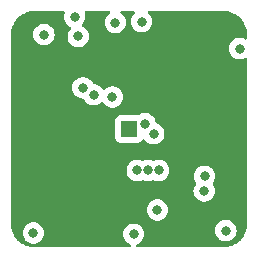
<source format=gbr>
%TF.GenerationSoftware,KiCad,Pcbnew,7.0.6*%
%TF.CreationDate,2023-08-27T19:49:05-04:00*%
%TF.ProjectId,miniclick,6d696e69-636c-4696-936b-2e6b69636164,rev?*%
%TF.SameCoordinates,Original*%
%TF.FileFunction,Copper,L3,Inr*%
%TF.FilePolarity,Positive*%
%FSLAX46Y46*%
G04 Gerber Fmt 4.6, Leading zero omitted, Abs format (unit mm)*
G04 Created by KiCad (PCBNEW 7.0.6) date 2023-08-27 19:49:05*
%MOMM*%
%LPD*%
G01*
G04 APERTURE LIST*
%TA.AperFunction,ComponentPad*%
%ADD10R,1.350000X1.350000*%
%TD*%
%TA.AperFunction,ViaPad*%
%ADD11C,0.800000*%
%TD*%
G04 APERTURE END LIST*
D10*
%TO.N,unconnected-(J4-Pin_1-Pad1)*%
%TO.C,J4*%
X148000000Y-97000000D03*
%TD*%
D11*
%TO.N,+3.3V*%
X150500000Y-100500000D03*
X149355378Y-96544622D03*
X157367812Y-90195892D03*
X148700000Y-100500000D03*
X149600000Y-100500000D03*
X139900000Y-105800000D03*
X150100000Y-97400000D03*
X140800000Y-89000000D03*
X156200000Y-105600000D03*
%TO.N,GND*%
X141200000Y-101800000D03*
X150700000Y-99000000D03*
X153100000Y-88800000D03*
X154500000Y-105800000D03*
X141600000Y-95700000D03*
X157100000Y-97200000D03*
X152900000Y-96000000D03*
X143400000Y-91200000D03*
X146600000Y-103000000D03*
X148900000Y-103000000D03*
X139300000Y-102100000D03*
X145500000Y-103000000D03*
X148900000Y-99000000D03*
X154700000Y-96000000D03*
X144400000Y-103000000D03*
X149800000Y-99000000D03*
%TO.N,ADRS_LED*%
X143702701Y-89162299D03*
%TO.N,PA6*%
X144100000Y-93500000D03*
%TO.N,PA4*%
X146600000Y-94300000D03*
%TO.N,PA5*%
X150400000Y-103850500D03*
X148400000Y-105900000D03*
X145000000Y-94100000D03*
%TO.N,PA2*%
X143400000Y-87500000D03*
%TO.N,SDA*%
X154400000Y-101000000D03*
X146844293Y-87984490D03*
%TO.N,SCL*%
X154367926Y-102249057D03*
X149062968Y-87907868D03*
%TD*%
%TA.AperFunction,Conductor*%
%TO.N,GND*%
G36*
X142511823Y-87020185D02*
G01*
X142557578Y-87072989D01*
X142567522Y-87142147D01*
X142562715Y-87162818D01*
X142519755Y-87295036D01*
X142514326Y-87311744D01*
X142494540Y-87500000D01*
X142514326Y-87688256D01*
X142514327Y-87688259D01*
X142572818Y-87868277D01*
X142572821Y-87868284D01*
X142667467Y-88032216D01*
X142794001Y-88172746D01*
X142794129Y-88172888D01*
X142936250Y-88276145D01*
X142947270Y-88284151D01*
X143030046Y-88321005D01*
X143083280Y-88366254D01*
X143103601Y-88433103D01*
X143084556Y-88500327D01*
X143071758Y-88517254D01*
X142970167Y-88630084D01*
X142875522Y-88794014D01*
X142875519Y-88794021D01*
X142817028Y-88974039D01*
X142817027Y-88974043D01*
X142797241Y-89162299D01*
X142817027Y-89350555D01*
X142817028Y-89350558D01*
X142875519Y-89530576D01*
X142875522Y-89530583D01*
X142970168Y-89694515D01*
X143050874Y-89784148D01*
X143096830Y-89835187D01*
X143249966Y-89946447D01*
X143249971Y-89946450D01*
X143422893Y-90023441D01*
X143422898Y-90023443D01*
X143608055Y-90062799D01*
X143608056Y-90062799D01*
X143797345Y-90062799D01*
X143797347Y-90062799D01*
X143982504Y-90023443D01*
X144155431Y-89946450D01*
X144308572Y-89835187D01*
X144435234Y-89694515D01*
X144529880Y-89530583D01*
X144588375Y-89350555D01*
X144608161Y-89162299D01*
X144588375Y-88974043D01*
X144529880Y-88794015D01*
X144435234Y-88630083D01*
X144308572Y-88489411D01*
X144308571Y-88489410D01*
X144155435Y-88378150D01*
X144155433Y-88378149D01*
X144072655Y-88341293D01*
X144019419Y-88296042D01*
X143999098Y-88229193D01*
X144018144Y-88161969D01*
X144030934Y-88145052D01*
X144132533Y-88032216D01*
X144227179Y-87868284D01*
X144285674Y-87688256D01*
X144305460Y-87500000D01*
X144285674Y-87311744D01*
X144249476Y-87200339D01*
X144237285Y-87162818D01*
X144235290Y-87092977D01*
X144271370Y-87033144D01*
X144334071Y-87002316D01*
X144355216Y-87000500D01*
X146284985Y-87000500D01*
X146352024Y-87020185D01*
X146397779Y-87072989D01*
X146407723Y-87142147D01*
X146378698Y-87205703D01*
X146357870Y-87224818D01*
X146238422Y-87311601D01*
X146111759Y-87452275D01*
X146017114Y-87616205D01*
X146017111Y-87616212D01*
X145958620Y-87796230D01*
X145958619Y-87796234D01*
X145938833Y-87984490D01*
X145958619Y-88172746D01*
X145958620Y-88172749D01*
X146017111Y-88352767D01*
X146017114Y-88352774D01*
X146111760Y-88516706D01*
X146213846Y-88630084D01*
X146238422Y-88657378D01*
X146391558Y-88768638D01*
X146391563Y-88768641D01*
X146564485Y-88845632D01*
X146564490Y-88845634D01*
X146749647Y-88884990D01*
X146749648Y-88884990D01*
X146938937Y-88884990D01*
X146938939Y-88884990D01*
X147124096Y-88845634D01*
X147297023Y-88768641D01*
X147450164Y-88657378D01*
X147576826Y-88516706D01*
X147671472Y-88352774D01*
X147729967Y-88172746D01*
X147749753Y-87984490D01*
X147729967Y-87796234D01*
X147671472Y-87616206D01*
X147576826Y-87452274D01*
X147450164Y-87311602D01*
X147427363Y-87295036D01*
X147330716Y-87224818D01*
X147288050Y-87169488D01*
X147282071Y-87099875D01*
X147314677Y-87038080D01*
X147375515Y-87003723D01*
X147403601Y-87000500D01*
X148398199Y-87000500D01*
X148465238Y-87020185D01*
X148510993Y-87072989D01*
X148520937Y-87142147D01*
X148491912Y-87205703D01*
X148471085Y-87224817D01*
X148470045Y-87225573D01*
X148457096Y-87234980D01*
X148330434Y-87375653D01*
X148235789Y-87539583D01*
X148235786Y-87539590D01*
X148190766Y-87678149D01*
X148177294Y-87719612D01*
X148157508Y-87907868D01*
X148177294Y-88096124D01*
X148177295Y-88096127D01*
X148235786Y-88276145D01*
X148235789Y-88276152D01*
X148330435Y-88440084D01*
X148457097Y-88580756D01*
X148610233Y-88692016D01*
X148610238Y-88692019D01*
X148783160Y-88769010D01*
X148783165Y-88769012D01*
X148968322Y-88808368D01*
X148968323Y-88808368D01*
X149157612Y-88808368D01*
X149157614Y-88808368D01*
X149342771Y-88769012D01*
X149515698Y-88692019D01*
X149668839Y-88580756D01*
X149795501Y-88440084D01*
X149890147Y-88276152D01*
X149948642Y-88096124D01*
X149968428Y-87907868D01*
X149948642Y-87719612D01*
X149890147Y-87539584D01*
X149795501Y-87375652D01*
X149668839Y-87234980D01*
X149654852Y-87224818D01*
X149612186Y-87169489D01*
X149606207Y-87099876D01*
X149638812Y-87038081D01*
X149699650Y-87003723D01*
X149727737Y-87000500D01*
X154999901Y-87000500D01*
X155997964Y-87000500D01*
X156002019Y-87000633D01*
X156037198Y-87002938D01*
X156083708Y-87005986D01*
X156265459Y-87018985D01*
X156273100Y-87020015D01*
X156363918Y-87038080D01*
X156389420Y-87043153D01*
X156415023Y-87048722D01*
X156533666Y-87074531D01*
X156540383Y-87076395D01*
X156659437Y-87116809D01*
X156756671Y-87153076D01*
X156791741Y-87166157D01*
X156797499Y-87168643D01*
X156912952Y-87225578D01*
X157034906Y-87292170D01*
X157039634Y-87295032D01*
X157064640Y-87311740D01*
X157146649Y-87366537D01*
X157149358Y-87368454D01*
X157258652Y-87450271D01*
X157262345Y-87453265D01*
X157359502Y-87538469D01*
X157362448Y-87541228D01*
X157458769Y-87637549D01*
X157461526Y-87640492D01*
X157546729Y-87737648D01*
X157549732Y-87741353D01*
X157590813Y-87796230D01*
X157631543Y-87850639D01*
X157633461Y-87853349D01*
X157704962Y-87960357D01*
X157707828Y-87965091D01*
X157774421Y-88087047D01*
X157831355Y-88202499D01*
X157833841Y-88208257D01*
X157859166Y-88276152D01*
X157883196Y-88340578D01*
X157887336Y-88352774D01*
X157923597Y-88459596D01*
X157925472Y-88466352D01*
X157956846Y-88610579D01*
X157979980Y-88726880D01*
X157981015Y-88734560D01*
X157994017Y-88916350D01*
X157996564Y-88955207D01*
X157997798Y-88974039D01*
X157999367Y-88997966D01*
X157999500Y-89002023D01*
X157999500Y-89300475D01*
X157979815Y-89367514D01*
X157927011Y-89413269D01*
X157857853Y-89423213D01*
X157825064Y-89413754D01*
X157647619Y-89334749D01*
X157647614Y-89334747D01*
X157501813Y-89303757D01*
X157462458Y-89295392D01*
X157273166Y-89295392D01*
X157249252Y-89300475D01*
X157088009Y-89334747D01*
X157088004Y-89334749D01*
X156915082Y-89411740D01*
X156915077Y-89411743D01*
X156761941Y-89523003D01*
X156635278Y-89663677D01*
X156540633Y-89827607D01*
X156540630Y-89827614D01*
X156482139Y-90007632D01*
X156482138Y-90007636D01*
X156462352Y-90195892D01*
X156482138Y-90384148D01*
X156482139Y-90384151D01*
X156540630Y-90564169D01*
X156540633Y-90564176D01*
X156635279Y-90728108D01*
X156735123Y-90838996D01*
X156761941Y-90868780D01*
X156915077Y-90980040D01*
X156915082Y-90980043D01*
X157088004Y-91057034D01*
X157088009Y-91057036D01*
X157273166Y-91096392D01*
X157273167Y-91096392D01*
X157462456Y-91096392D01*
X157462458Y-91096392D01*
X157647615Y-91057036D01*
X157820542Y-90980043D01*
X157820545Y-90980040D01*
X157825063Y-90978029D01*
X157894313Y-90968744D01*
X157957590Y-90998371D01*
X157994804Y-91057506D01*
X157999500Y-91091308D01*
X157999500Y-104997975D01*
X157999367Y-105002032D01*
X157994017Y-105083648D01*
X157981015Y-105265438D01*
X157979980Y-105273118D01*
X157956846Y-105389420D01*
X157925472Y-105533646D01*
X157923597Y-105540401D01*
X157899380Y-105611744D01*
X157883208Y-105659388D01*
X157883195Y-105659425D01*
X157833841Y-105791741D01*
X157831355Y-105797499D01*
X157774421Y-105912952D01*
X157707828Y-106034907D01*
X157704961Y-106039641D01*
X157633461Y-106146649D01*
X157631543Y-106149359D01*
X157549744Y-106258631D01*
X157546723Y-106262357D01*
X157461529Y-106359502D01*
X157458755Y-106362464D01*
X157362464Y-106458755D01*
X157359502Y-106461529D01*
X157262357Y-106546723D01*
X157258631Y-106549744D01*
X157149359Y-106631543D01*
X157146649Y-106633461D01*
X157039641Y-106704961D01*
X157034907Y-106707828D01*
X156912952Y-106774421D01*
X156797499Y-106831355D01*
X156791741Y-106833841D01*
X156683219Y-106874320D01*
X156659418Y-106883197D01*
X156540401Y-106923597D01*
X156533646Y-106925472D01*
X156389420Y-106956846D01*
X156273118Y-106979980D01*
X156265438Y-106981015D01*
X156083648Y-106994017D01*
X156032582Y-106997364D01*
X156002025Y-106999367D01*
X155997976Y-106999500D01*
X148727821Y-106999500D01*
X148660782Y-106979815D01*
X148615027Y-106927011D01*
X148605083Y-106857853D01*
X148634108Y-106794297D01*
X148677385Y-106762221D01*
X148805988Y-106704962D01*
X148852730Y-106684151D01*
X149005871Y-106572888D01*
X149132533Y-106432216D01*
X149227179Y-106268284D01*
X149285674Y-106088256D01*
X149305460Y-105900000D01*
X149285674Y-105711744D01*
X149249366Y-105600000D01*
X155294540Y-105600000D01*
X155314326Y-105788256D01*
X155314327Y-105788259D01*
X155372818Y-105968277D01*
X155372821Y-105968284D01*
X155467467Y-106132216D01*
X155581292Y-106258631D01*
X155594129Y-106272888D01*
X155747265Y-106384148D01*
X155747270Y-106384151D01*
X155920192Y-106461142D01*
X155920197Y-106461144D01*
X156105354Y-106500500D01*
X156105355Y-106500500D01*
X156294644Y-106500500D01*
X156294646Y-106500500D01*
X156479803Y-106461144D01*
X156652730Y-106384151D01*
X156805871Y-106272888D01*
X156932533Y-106132216D01*
X157027179Y-105968284D01*
X157085674Y-105788256D01*
X157105460Y-105600000D01*
X157085674Y-105411744D01*
X157027179Y-105231716D01*
X156932533Y-105067784D01*
X156805871Y-104927112D01*
X156805870Y-104927111D01*
X156652734Y-104815851D01*
X156652729Y-104815848D01*
X156479807Y-104738857D01*
X156479802Y-104738855D01*
X156334000Y-104707865D01*
X156294646Y-104699500D01*
X156105354Y-104699500D01*
X156072897Y-104706398D01*
X155920197Y-104738855D01*
X155920192Y-104738857D01*
X155747270Y-104815848D01*
X155747265Y-104815851D01*
X155594129Y-104927111D01*
X155467466Y-105067785D01*
X155372821Y-105231715D01*
X155372818Y-105231722D01*
X155321028Y-105391116D01*
X155314326Y-105411744D01*
X155294540Y-105600000D01*
X149249366Y-105600000D01*
X149227179Y-105531716D01*
X149132533Y-105367784D01*
X149005871Y-105227112D01*
X149005870Y-105227111D01*
X148852734Y-105115851D01*
X148852729Y-105115848D01*
X148679807Y-105038857D01*
X148679802Y-105038855D01*
X148506558Y-105002032D01*
X148494646Y-104999500D01*
X148305354Y-104999500D01*
X148293442Y-105002032D01*
X148120197Y-105038855D01*
X148120192Y-105038857D01*
X147947270Y-105115848D01*
X147947265Y-105115851D01*
X147794129Y-105227111D01*
X147667466Y-105367785D01*
X147572821Y-105531715D01*
X147572818Y-105531722D01*
X147514327Y-105711740D01*
X147514326Y-105711744D01*
X147494540Y-105900000D01*
X147514326Y-106088256D01*
X147514327Y-106088259D01*
X147572818Y-106268277D01*
X147572821Y-106268284D01*
X147667467Y-106432216D01*
X147735057Y-106507282D01*
X147794129Y-106572888D01*
X147947265Y-106684148D01*
X147947270Y-106684151D01*
X148122615Y-106762221D01*
X148175852Y-106807471D01*
X148196173Y-106874320D01*
X148177127Y-106941544D01*
X148124761Y-106987799D01*
X148072179Y-106999500D01*
X140002024Y-106999500D01*
X139997974Y-106999367D01*
X139959954Y-106996875D01*
X139916350Y-106994017D01*
X139734560Y-106981015D01*
X139726880Y-106979980D01*
X139610579Y-106956846D01*
X139466352Y-106925472D01*
X139459596Y-106923597D01*
X139427881Y-106912831D01*
X139340578Y-106883196D01*
X139305768Y-106870212D01*
X139208257Y-106833841D01*
X139202499Y-106831355D01*
X139087047Y-106774421D01*
X138965091Y-106707828D01*
X138960357Y-106704962D01*
X138853349Y-106633461D01*
X138850639Y-106631543D01*
X138787326Y-106584148D01*
X138741353Y-106549732D01*
X138737648Y-106546729D01*
X138640492Y-106461526D01*
X138637549Y-106458769D01*
X138541228Y-106362448D01*
X138538469Y-106359502D01*
X138514540Y-106332216D01*
X138453265Y-106262345D01*
X138450271Y-106258652D01*
X138368454Y-106149358D01*
X138366537Y-106146649D01*
X138295036Y-106039641D01*
X138292170Y-106034906D01*
X138225578Y-105912952D01*
X138169876Y-105800000D01*
X138994540Y-105800000D01*
X139014326Y-105988256D01*
X139014327Y-105988259D01*
X139072818Y-106168277D01*
X139072821Y-106168284D01*
X139167467Y-106332216D01*
X139214227Y-106384148D01*
X139294129Y-106472888D01*
X139447265Y-106584148D01*
X139447270Y-106584151D01*
X139620192Y-106661142D01*
X139620197Y-106661144D01*
X139805354Y-106700500D01*
X139805355Y-106700500D01*
X139994644Y-106700500D01*
X139994646Y-106700500D01*
X140179803Y-106661144D01*
X140352730Y-106584151D01*
X140505871Y-106472888D01*
X140632533Y-106332216D01*
X140727179Y-106168284D01*
X140785674Y-105988256D01*
X140805460Y-105800000D01*
X140785674Y-105611744D01*
X140727179Y-105431716D01*
X140632533Y-105267784D01*
X140505871Y-105127112D01*
X140490369Y-105115849D01*
X140352734Y-105015851D01*
X140352729Y-105015848D01*
X140179807Y-104938857D01*
X140179802Y-104938855D01*
X140034000Y-104907865D01*
X139994646Y-104899500D01*
X139805354Y-104899500D01*
X139772897Y-104906398D01*
X139620197Y-104938855D01*
X139620192Y-104938857D01*
X139447270Y-105015848D01*
X139447265Y-105015851D01*
X139294129Y-105127111D01*
X139167466Y-105267785D01*
X139072821Y-105431715D01*
X139072818Y-105431722D01*
X139018142Y-105600000D01*
X139014326Y-105611744D01*
X138994540Y-105800000D01*
X138169876Y-105800000D01*
X138168643Y-105797499D01*
X138166157Y-105791741D01*
X138153076Y-105756671D01*
X138116805Y-105659425D01*
X138076395Y-105540383D01*
X138074531Y-105533666D01*
X138043153Y-105389420D01*
X138038641Y-105366738D01*
X138020015Y-105273100D01*
X138018985Y-105265459D01*
X138005986Y-105083708D01*
X138001539Y-105015848D01*
X138000633Y-105002019D01*
X138000500Y-104997964D01*
X138000500Y-103850500D01*
X149494540Y-103850500D01*
X149514326Y-104038756D01*
X149514327Y-104038759D01*
X149572818Y-104218777D01*
X149572821Y-104218784D01*
X149667467Y-104382716D01*
X149794129Y-104523388D01*
X149947265Y-104634648D01*
X149947270Y-104634651D01*
X150120192Y-104711642D01*
X150120197Y-104711644D01*
X150305354Y-104751000D01*
X150305355Y-104751000D01*
X150494644Y-104751000D01*
X150494646Y-104751000D01*
X150679803Y-104711644D01*
X150852730Y-104634651D01*
X151005871Y-104523388D01*
X151132533Y-104382716D01*
X151227179Y-104218784D01*
X151285674Y-104038756D01*
X151305460Y-103850500D01*
X151285674Y-103662244D01*
X151227179Y-103482216D01*
X151132533Y-103318284D01*
X151005871Y-103177612D01*
X151005870Y-103177611D01*
X150852734Y-103066351D01*
X150852729Y-103066348D01*
X150679807Y-102989357D01*
X150679802Y-102989355D01*
X150534001Y-102958365D01*
X150494646Y-102950000D01*
X150305354Y-102950000D01*
X150272897Y-102956898D01*
X150120197Y-102989355D01*
X150120192Y-102989357D01*
X149947270Y-103066348D01*
X149947265Y-103066351D01*
X149794129Y-103177611D01*
X149667466Y-103318285D01*
X149572821Y-103482215D01*
X149572818Y-103482222D01*
X149514327Y-103662240D01*
X149514326Y-103662244D01*
X149494540Y-103850500D01*
X138000500Y-103850500D01*
X138000500Y-102249057D01*
X153462466Y-102249057D01*
X153482252Y-102437313D01*
X153482253Y-102437316D01*
X153540744Y-102617334D01*
X153540747Y-102617341D01*
X153635393Y-102781273D01*
X153762055Y-102921944D01*
X153762055Y-102921945D01*
X153915191Y-103033205D01*
X153915196Y-103033208D01*
X154088118Y-103110199D01*
X154088123Y-103110201D01*
X154273280Y-103149557D01*
X154273281Y-103149557D01*
X154462570Y-103149557D01*
X154462572Y-103149557D01*
X154647729Y-103110201D01*
X154820656Y-103033208D01*
X154973797Y-102921945D01*
X155100459Y-102781273D01*
X155195105Y-102617341D01*
X155253600Y-102437313D01*
X155273386Y-102249057D01*
X155253600Y-102060801D01*
X155195105Y-101880773D01*
X155100461Y-101716844D01*
X155100459Y-101716840D01*
X155099570Y-101715617D01*
X155099274Y-101714788D01*
X155097210Y-101711213D01*
X155097863Y-101710835D01*
X155076087Y-101649812D01*
X155091910Y-101581757D01*
X155107733Y-101559758D01*
X155132533Y-101532216D01*
X155227179Y-101368284D01*
X155285674Y-101188256D01*
X155305460Y-101000000D01*
X155285674Y-100811744D01*
X155227179Y-100631716D01*
X155132533Y-100467784D01*
X155005871Y-100327112D01*
X154984719Y-100311744D01*
X154852734Y-100215851D01*
X154852729Y-100215848D01*
X154679807Y-100138857D01*
X154679802Y-100138855D01*
X154534000Y-100107865D01*
X154494646Y-100099500D01*
X154305354Y-100099500D01*
X154272897Y-100106398D01*
X154120197Y-100138855D01*
X154120192Y-100138857D01*
X153947270Y-100215848D01*
X153947265Y-100215851D01*
X153794129Y-100327111D01*
X153667466Y-100467785D01*
X153572821Y-100631715D01*
X153572818Y-100631722D01*
X153514327Y-100811740D01*
X153514326Y-100811744D01*
X153494540Y-101000000D01*
X153514326Y-101188256D01*
X153514327Y-101188259D01*
X153572818Y-101368277D01*
X153572821Y-101368284D01*
X153667468Y-101532219D01*
X153668357Y-101533442D01*
X153668652Y-101534269D01*
X153670716Y-101537844D01*
X153670062Y-101538221D01*
X153691838Y-101599248D01*
X153676013Y-101667302D01*
X153660191Y-101689299D01*
X153635394Y-101716839D01*
X153635390Y-101716844D01*
X153540747Y-101880772D01*
X153540744Y-101880779D01*
X153482253Y-102060797D01*
X153482252Y-102060801D01*
X153462466Y-102249057D01*
X138000500Y-102249057D01*
X138000500Y-100500000D01*
X147794540Y-100500000D01*
X147814326Y-100688256D01*
X147814327Y-100688259D01*
X147872818Y-100868277D01*
X147872821Y-100868284D01*
X147967467Y-101032216D01*
X148094129Y-101172887D01*
X148094129Y-101172888D01*
X148247265Y-101284148D01*
X148247270Y-101284151D01*
X148420192Y-101361142D01*
X148420197Y-101361144D01*
X148605354Y-101400500D01*
X148605355Y-101400500D01*
X148794644Y-101400500D01*
X148794646Y-101400500D01*
X148979803Y-101361144D01*
X149099564Y-101307821D01*
X149168813Y-101298536D01*
X149200434Y-101307821D01*
X149320197Y-101361144D01*
X149505354Y-101400500D01*
X149505355Y-101400500D01*
X149694644Y-101400500D01*
X149694646Y-101400500D01*
X149879803Y-101361144D01*
X149999564Y-101307821D01*
X150068813Y-101298536D01*
X150100434Y-101307821D01*
X150220197Y-101361144D01*
X150405354Y-101400500D01*
X150405355Y-101400500D01*
X150594644Y-101400500D01*
X150594646Y-101400500D01*
X150779803Y-101361144D01*
X150952730Y-101284151D01*
X151105871Y-101172888D01*
X151232533Y-101032216D01*
X151327179Y-100868284D01*
X151385674Y-100688256D01*
X151405460Y-100500000D01*
X151385674Y-100311744D01*
X151327179Y-100131716D01*
X151232533Y-99967784D01*
X151105871Y-99827112D01*
X151105870Y-99827111D01*
X150952734Y-99715851D01*
X150952729Y-99715848D01*
X150779807Y-99638857D01*
X150779802Y-99638855D01*
X150634001Y-99607865D01*
X150594646Y-99599500D01*
X150405354Y-99599500D01*
X150372897Y-99606398D01*
X150220197Y-99638855D01*
X150220196Y-99638855D01*
X150100434Y-99692177D01*
X150031184Y-99701461D01*
X149999564Y-99692177D01*
X149879802Y-99638855D01*
X149734000Y-99607865D01*
X149694646Y-99599500D01*
X149505354Y-99599500D01*
X149472897Y-99606398D01*
X149320197Y-99638855D01*
X149320196Y-99638855D01*
X149200435Y-99692177D01*
X149131185Y-99701461D01*
X149099565Y-99692177D01*
X148979802Y-99638855D01*
X148834001Y-99607865D01*
X148794646Y-99599500D01*
X148605354Y-99599500D01*
X148572897Y-99606398D01*
X148420197Y-99638855D01*
X148420192Y-99638857D01*
X148247270Y-99715848D01*
X148247265Y-99715851D01*
X148094129Y-99827111D01*
X147967466Y-99967785D01*
X147872821Y-100131715D01*
X147872818Y-100131722D01*
X147814327Y-100311740D01*
X147814326Y-100311744D01*
X147794540Y-100500000D01*
X138000500Y-100500000D01*
X138000500Y-97722870D01*
X146824500Y-97722870D01*
X146824501Y-97722876D01*
X146830908Y-97782483D01*
X146881202Y-97917328D01*
X146881206Y-97917335D01*
X146967452Y-98032544D01*
X146967455Y-98032547D01*
X147082664Y-98118793D01*
X147082671Y-98118797D01*
X147217517Y-98169091D01*
X147217516Y-98169091D01*
X147224444Y-98169835D01*
X147277127Y-98175500D01*
X148722872Y-98175499D01*
X148782483Y-98169091D01*
X148917331Y-98118796D01*
X149032546Y-98032546D01*
X149118796Y-97917331D01*
X149121043Y-97911304D01*
X149162913Y-97855369D01*
X149228377Y-97830950D01*
X149296650Y-97845800D01*
X149344614Y-97892634D01*
X149367465Y-97932214D01*
X149494129Y-98072888D01*
X149647265Y-98184148D01*
X149647270Y-98184151D01*
X149820192Y-98261142D01*
X149820197Y-98261144D01*
X150005354Y-98300500D01*
X150005355Y-98300500D01*
X150194644Y-98300500D01*
X150194646Y-98300500D01*
X150379803Y-98261144D01*
X150552730Y-98184151D01*
X150705871Y-98072888D01*
X150832533Y-97932216D01*
X150927179Y-97768284D01*
X150985674Y-97588256D01*
X151005460Y-97400000D01*
X150985674Y-97211744D01*
X150927179Y-97031716D01*
X150832533Y-96867784D01*
X150705871Y-96727112D01*
X150705870Y-96727111D01*
X150552734Y-96615851D01*
X150552729Y-96615848D01*
X150379807Y-96538857D01*
X150379803Y-96538856D01*
X150345621Y-96531590D01*
X150284139Y-96498397D01*
X150250363Y-96437233D01*
X150248082Y-96423259D01*
X150241052Y-96356367D01*
X150215305Y-96277127D01*
X150182557Y-96176338D01*
X150087911Y-96012406D01*
X149961249Y-95871734D01*
X149961248Y-95871733D01*
X149808112Y-95760473D01*
X149808107Y-95760470D01*
X149635185Y-95683479D01*
X149635180Y-95683477D01*
X149489379Y-95652487D01*
X149450024Y-95644122D01*
X149260732Y-95644122D01*
X149228275Y-95651020D01*
X149075575Y-95683477D01*
X149075570Y-95683479D01*
X148902648Y-95760470D01*
X148902644Y-95760473D01*
X148841349Y-95805006D01*
X148775543Y-95828485D01*
X148755212Y-95827977D01*
X148722873Y-95824500D01*
X148722867Y-95824500D01*
X147277129Y-95824500D01*
X147277123Y-95824501D01*
X147217516Y-95830908D01*
X147082671Y-95881202D01*
X147082664Y-95881206D01*
X146967455Y-95967452D01*
X146967452Y-95967455D01*
X146881206Y-96082664D01*
X146881202Y-96082671D01*
X146830908Y-96217517D01*
X146824501Y-96277116D01*
X146824500Y-96277135D01*
X146824500Y-97722870D01*
X138000500Y-97722870D01*
X138000500Y-93500000D01*
X143194540Y-93500000D01*
X143214326Y-93688256D01*
X143214327Y-93688259D01*
X143272818Y-93868277D01*
X143272821Y-93868284D01*
X143367467Y-94032216D01*
X143439071Y-94111740D01*
X143494129Y-94172888D01*
X143647265Y-94284148D01*
X143647270Y-94284151D01*
X143820192Y-94361142D01*
X143820197Y-94361144D01*
X144005354Y-94400500D01*
X144062115Y-94400500D01*
X144129154Y-94420185D01*
X144167161Y-94464047D01*
X144169571Y-94462656D01*
X144267465Y-94632214D01*
X144394129Y-94772888D01*
X144547265Y-94884148D01*
X144547270Y-94884151D01*
X144720192Y-94961142D01*
X144720197Y-94961144D01*
X144905354Y-95000500D01*
X144905355Y-95000500D01*
X145094644Y-95000500D01*
X145094646Y-95000500D01*
X145279803Y-94961144D01*
X145452730Y-94884151D01*
X145605871Y-94772888D01*
X145630191Y-94745877D01*
X145689675Y-94709230D01*
X145759532Y-94710559D01*
X145817581Y-94749445D01*
X145829727Y-94766849D01*
X145867467Y-94832216D01*
X145994129Y-94972888D01*
X146147265Y-95084148D01*
X146147270Y-95084151D01*
X146320192Y-95161142D01*
X146320197Y-95161144D01*
X146505354Y-95200500D01*
X146505355Y-95200500D01*
X146694644Y-95200500D01*
X146694646Y-95200500D01*
X146879803Y-95161144D01*
X147052730Y-95084151D01*
X147205871Y-94972888D01*
X147332533Y-94832216D01*
X147427179Y-94668284D01*
X147485674Y-94488256D01*
X147505460Y-94300000D01*
X147485674Y-94111744D01*
X147427179Y-93931716D01*
X147332533Y-93767784D01*
X147205871Y-93627112D01*
X147205870Y-93627111D01*
X147052734Y-93515851D01*
X147052729Y-93515848D01*
X146879807Y-93438857D01*
X146879802Y-93438855D01*
X146734000Y-93407865D01*
X146694646Y-93399500D01*
X146505354Y-93399500D01*
X146472897Y-93406398D01*
X146320197Y-93438855D01*
X146320192Y-93438857D01*
X146147270Y-93515848D01*
X146147265Y-93515851D01*
X145994129Y-93627111D01*
X145994127Y-93627113D01*
X145969807Y-93654123D01*
X145910320Y-93690770D01*
X145840463Y-93689439D01*
X145782416Y-93650551D01*
X145770272Y-93633149D01*
X145751471Y-93600586D01*
X145732533Y-93567784D01*
X145685769Y-93515848D01*
X145605870Y-93427111D01*
X145452734Y-93315851D01*
X145452729Y-93315848D01*
X145279807Y-93238857D01*
X145279802Y-93238855D01*
X145134001Y-93207865D01*
X145094646Y-93199500D01*
X145094645Y-93199500D01*
X145037885Y-93199500D01*
X144970846Y-93179815D01*
X144932838Y-93135952D01*
X144930429Y-93137344D01*
X144832534Y-92967785D01*
X144705870Y-92827111D01*
X144552734Y-92715851D01*
X144552729Y-92715848D01*
X144379807Y-92638857D01*
X144379802Y-92638855D01*
X144234001Y-92607865D01*
X144194646Y-92599500D01*
X144005354Y-92599500D01*
X143972897Y-92606398D01*
X143820197Y-92638855D01*
X143820192Y-92638857D01*
X143647270Y-92715848D01*
X143647265Y-92715851D01*
X143494129Y-92827111D01*
X143367466Y-92967785D01*
X143272821Y-93131715D01*
X143272818Y-93131722D01*
X143214327Y-93311740D01*
X143214326Y-93311744D01*
X143194540Y-93500000D01*
X138000500Y-93500000D01*
X138000500Y-89002035D01*
X138000567Y-89000000D01*
X139894540Y-89000000D01*
X139914326Y-89188256D01*
X139914327Y-89188259D01*
X139972818Y-89368277D01*
X139972821Y-89368284D01*
X140067467Y-89532216D01*
X140185835Y-89663677D01*
X140194129Y-89672888D01*
X140347265Y-89784148D01*
X140347270Y-89784151D01*
X140520192Y-89861142D01*
X140520197Y-89861144D01*
X140705354Y-89900500D01*
X140705355Y-89900500D01*
X140894644Y-89900500D01*
X140894646Y-89900500D01*
X141079803Y-89861144D01*
X141252730Y-89784151D01*
X141405871Y-89672888D01*
X141532533Y-89532216D01*
X141627179Y-89368284D01*
X141685674Y-89188256D01*
X141705460Y-89000000D01*
X141685674Y-88811744D01*
X141627179Y-88631716D01*
X141532533Y-88467784D01*
X141405871Y-88327112D01*
X141397463Y-88321003D01*
X141252734Y-88215851D01*
X141252729Y-88215848D01*
X141079807Y-88138857D01*
X141079802Y-88138855D01*
X140934000Y-88107865D01*
X140894646Y-88099500D01*
X140705354Y-88099500D01*
X140672897Y-88106398D01*
X140520197Y-88138855D01*
X140520192Y-88138857D01*
X140347270Y-88215848D01*
X140347265Y-88215851D01*
X140194129Y-88327111D01*
X140067466Y-88467785D01*
X139972821Y-88631715D01*
X139972818Y-88631722D01*
X139915423Y-88808368D01*
X139914326Y-88811744D01*
X139894540Y-89000000D01*
X138000567Y-89000000D01*
X138000633Y-88997980D01*
X138002393Y-88971103D01*
X138005989Y-88916244D01*
X138018986Y-88734536D01*
X138020014Y-88726903D01*
X138043153Y-88610579D01*
X138044118Y-88606141D01*
X138074533Y-88466323D01*
X138076392Y-88459625D01*
X138116815Y-88340543D01*
X138166159Y-88208251D01*
X138168633Y-88202520D01*
X138225583Y-88087036D01*
X138292179Y-87965076D01*
X138295019Y-87960384D01*
X138366563Y-87853311D01*
X138368428Y-87850676D01*
X138450291Y-87741321D01*
X138453244Y-87737678D01*
X138538503Y-87640459D01*
X138541198Y-87637581D01*
X138637581Y-87541198D01*
X138640459Y-87538503D01*
X138737678Y-87453244D01*
X138741321Y-87450291D01*
X138850676Y-87368428D01*
X138853311Y-87366563D01*
X138960384Y-87295019D01*
X138965076Y-87292179D01*
X139087036Y-87225583D01*
X139202520Y-87168633D01*
X139208251Y-87166159D01*
X139340543Y-87116815D01*
X139459625Y-87076392D01*
X139466323Y-87074533D01*
X139610548Y-87043158D01*
X139726903Y-87020014D01*
X139734536Y-87018986D01*
X139916244Y-87005989D01*
X139969211Y-87002517D01*
X139997981Y-87000633D01*
X140002036Y-87000500D01*
X142444784Y-87000500D01*
X142511823Y-87020185D01*
G37*
%TD.AperFunction*%
%TD*%
M02*

</source>
